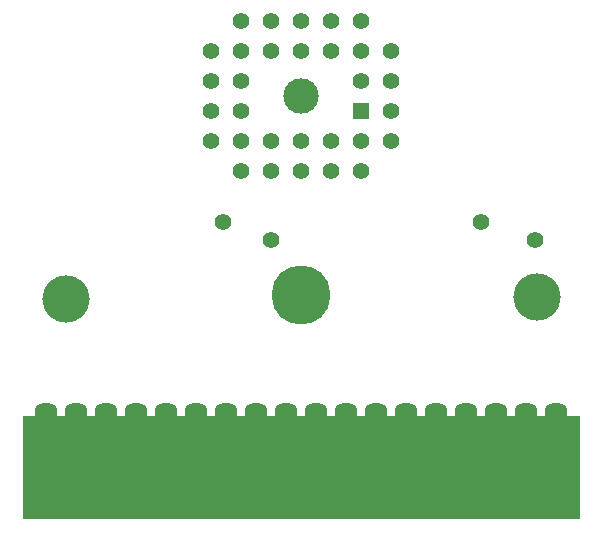
<source format=gbr>
%TF.GenerationSoftware,KiCad,Pcbnew,(6.99.0-4380-g9b6f7d5db7)*%
%TF.CreationDate,2022-11-28T02:59:55+01:00*%
%TF.ProjectId,Vectorblade_PLCC32_THT_Kicad7,56656374-6f72-4626-9c61-64655f504c43,rev?*%
%TF.SameCoordinates,Original*%
%TF.FileFunction,Soldermask,Bot*%
%TF.FilePolarity,Negative*%
%FSLAX46Y46*%
G04 Gerber Fmt 4.6, Leading zero omitted, Abs format (unit mm)*
G04 Created by KiCad (PCBNEW (6.99.0-4380-g9b6f7d5db7)) date 2022-11-28 02:59:55*
%MOMM*%
%LPD*%
G01*
G04 APERTURE LIST*
G04 Aperture macros list*
%AMRoundRect*
0 Rectangle with rounded corners*
0 $1 Rounding radius*
0 $2 $3 $4 $5 $6 $7 $8 $9 X,Y pos of 4 corners*
0 Add a 4 corners polygon primitive as box body*
4,1,4,$2,$3,$4,$5,$6,$7,$8,$9,$2,$3,0*
0 Add four circle primitives for the rounded corners*
1,1,$1+$1,$2,$3*
1,1,$1+$1,$4,$5*
1,1,$1+$1,$6,$7*
1,1,$1+$1,$8,$9*
0 Add four rect primitives between the rounded corners*
20,1,$1+$1,$2,$3,$4,$5,0*
20,1,$1+$1,$4,$5,$6,$7,0*
20,1,$1+$1,$6,$7,$8,$9,0*
20,1,$1+$1,$8,$9,$2,$3,0*%
G04 Aperture macros list end*
%ADD10C,1.422400*%
%ADD11C,3.000000*%
%ADD12R,1.422400X1.422400*%
%ADD13RoundRect,0.717550X-0.222250X-3.778250X0.222250X-3.778250X0.222250X3.778250X-0.222250X3.778250X0*%
%ADD14C,4.000000*%
%ADD15C,5.000000*%
G04 APERTURE END LIST*
D10*
%TO.C,*%
X150876000Y-94488000D03*
%TD*%
D11*
%TO.C,U1*%
X157480000Y-83820000D03*
D12*
X162559999Y-85089999D03*
D10*
X165100000Y-82550000D03*
X162560000Y-82550000D03*
X165100000Y-80010000D03*
X162560000Y-77470000D03*
X162560000Y-80010000D03*
X160020000Y-77470000D03*
X160020000Y-80010000D03*
X157480000Y-77470000D03*
X157480000Y-80010000D03*
X154940000Y-77470000D03*
X154940000Y-80010000D03*
X152400000Y-77470000D03*
X149860000Y-80010000D03*
X152400000Y-80010000D03*
X149860000Y-82550000D03*
X152400000Y-82550000D03*
X149860000Y-85090000D03*
X152400000Y-85090000D03*
X149860000Y-87630000D03*
X152400000Y-90170000D03*
X152400000Y-87630000D03*
X154940000Y-90170000D03*
X154940000Y-87630000D03*
X157480000Y-90170000D03*
X157480000Y-87630000D03*
X160020000Y-90170000D03*
X160020000Y-87630000D03*
X162560000Y-90170000D03*
X165100000Y-87630000D03*
X162560000Y-87630000D03*
X165100000Y-85090000D03*
%TD*%
D13*
%TO.C,CON3*%
X179070000Y-114300000D03*
X176530000Y-114300000D03*
X173990000Y-114300000D03*
X171450000Y-114300000D03*
X168910000Y-114300000D03*
X166370000Y-114300000D03*
X163830000Y-114300000D03*
X161290000Y-114300000D03*
X158750000Y-114300000D03*
X156210000Y-114300000D03*
X153670000Y-114300000D03*
X151130000Y-114300000D03*
X148590000Y-114300000D03*
X146050000Y-114300000D03*
X143510000Y-114300000D03*
X140970000Y-114300000D03*
X138430000Y-114300000D03*
X135890000Y-114300000D03*
%TD*%
D14*
%TO.C,@HOLE1*%
X177398000Y-100825600D03*
%TD*%
D10*
%TO.C,*%
X177292000Y-96012000D03*
%TD*%
D15*
%TO.C,@HOLE0*%
X157498000Y-100725600D03*
%TD*%
D14*
%TO.C,@HOLE2*%
X137598000Y-101025600D03*
%TD*%
D10*
%TO.C,*%
X154940000Y-96012000D03*
%TD*%
%TO.C,*%
X172720000Y-94488000D03*
%TD*%
G36*
X181098707Y-110899293D02*
G01*
X181099000Y-110900000D01*
X181099000Y-119625600D01*
X181098707Y-119626307D01*
X181098000Y-119626600D01*
X133900000Y-119626600D01*
X133899293Y-119626307D01*
X133899000Y-119625600D01*
X133899000Y-110900000D01*
X133899293Y-110899293D01*
X133900000Y-110899000D01*
X181098000Y-110899000D01*
X181098707Y-110899293D01*
G37*
M02*

</source>
